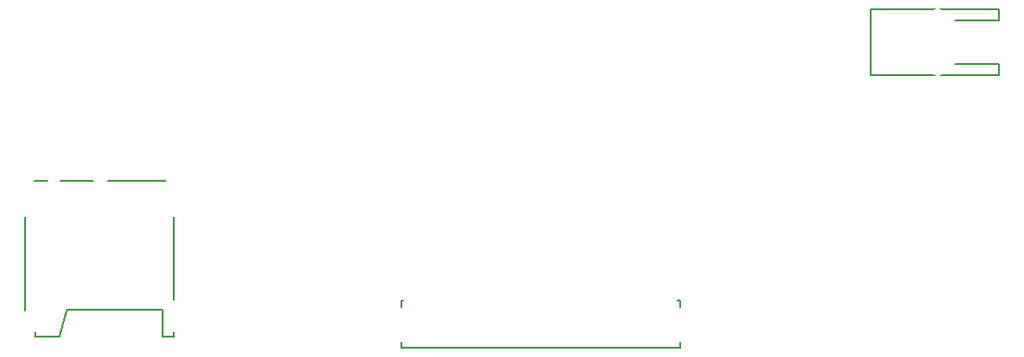
<source format=gbo>
G04 #@! TF.FileFunction,Legend,Bot*
%FSLAX46Y46*%
G04 Gerber Fmt 4.6, Leading zero omitted, Abs format (unit mm)*
G04 Created by KiCad (PCBNEW 201609280951+7255~55~ubuntu14.04.1-) date Mon Dec 19 07:10:35 2016*
%MOMM*%
%LPD*%
G01*
G04 APERTURE LIST*
%ADD10C,0.100000*%
%ADD11C,0.150000*%
%ADD12C,3.600000*%
%ADD13C,2.500000*%
%ADD14C,2.000000*%
%ADD15R,2.000000X3.000000*%
%ADD16R,0.300000X1.250000*%
%ADD17R,0.700000X1.100000*%
%ADD18R,1.140000X1.830000*%
%ADD19R,0.860000X2.800000*%
%ADD20R,0.700000X3.330000*%
%ADD21R,0.900000X0.930000*%
%ADD22R,1.050000X0.780000*%
%ADD23C,1.600000*%
%ADD24C,2.540000*%
%ADD25C,3.251200*%
%ADD26C,1.400000*%
%ADD27C,1.200000*%
%ADD28C,1.300000*%
%ADD29C,1.016000*%
%ADD30C,2.800000*%
%ADD31C,0.254000*%
G04 APERTURE END LIST*
D10*
D11*
X112250000Y-146100000D02*
X112450000Y-146100000D01*
X112450000Y-146100000D02*
X112450000Y-146700000D01*
X87250000Y-146100000D02*
X87050000Y-146100000D01*
X87050000Y-146100000D02*
X87050000Y-146700000D01*
X87050000Y-149900000D02*
X87050000Y-150400000D01*
X87050000Y-150400000D02*
X112450000Y-150400000D01*
X112450000Y-150400000D02*
X112450000Y-149900000D01*
X56600000Y-146900000D02*
X65300000Y-146900000D01*
X65300000Y-146900000D02*
X65300000Y-149400000D01*
X65300000Y-149400000D02*
X66300000Y-149400000D01*
X66300000Y-149400000D02*
X66300000Y-149000000D01*
X55900000Y-149400000D02*
X56600000Y-146900000D01*
X55900000Y-149400000D02*
X53700000Y-149400000D01*
X53700000Y-149400000D02*
X53700000Y-149000000D01*
X54800000Y-135200000D02*
X53600000Y-135200000D01*
X59000000Y-135200000D02*
X56000000Y-135200000D01*
X65600000Y-135200000D02*
X60300000Y-135200000D01*
X66300000Y-146000000D02*
X66300000Y-138500000D01*
X52800000Y-147000000D02*
X52800000Y-138500000D01*
X129800000Y-119500000D02*
X129800000Y-125500000D01*
X129800000Y-125500000D02*
X141500000Y-125500000D01*
X141500000Y-125500000D02*
X141500000Y-124500000D01*
X141500000Y-124500000D02*
X137500000Y-124500000D01*
X129800000Y-119500000D02*
X141500000Y-119500000D01*
X141500000Y-119500000D02*
X141500000Y-120500000D01*
X141500000Y-120500000D02*
X137500000Y-120500000D01*
%LPC*%
D12*
X143000000Y-59500000D03*
X87000000Y-59500000D03*
D13*
X97450000Y-69050000D03*
D14*
X132650000Y-69050000D03*
X126650000Y-69050000D03*
D15*
X85960000Y-148325000D03*
X113540000Y-148325000D03*
D16*
X87500000Y-146000000D03*
X88000000Y-146000000D03*
X88500000Y-146000000D03*
X89000000Y-146000000D03*
X89500000Y-146000000D03*
X90000000Y-146000000D03*
X90500000Y-146000000D03*
X91000000Y-146000000D03*
X91500000Y-146000000D03*
X92000000Y-146000000D03*
X92500000Y-146000000D03*
X93000000Y-146000000D03*
X93500000Y-146000000D03*
X94000000Y-146000000D03*
X94500000Y-146000000D03*
X95000000Y-146000000D03*
X95500000Y-146000000D03*
X96000000Y-146000000D03*
X96500000Y-146000000D03*
X97000000Y-146000000D03*
X97500000Y-146000000D03*
X98000000Y-146000000D03*
X98500000Y-146000000D03*
X99000000Y-146000000D03*
X99500000Y-146000000D03*
X100000000Y-146000000D03*
X100500000Y-146000000D03*
X101000000Y-146000000D03*
X101500000Y-146000000D03*
X102000000Y-146000000D03*
X102500000Y-146000000D03*
X103000000Y-146000000D03*
X103500000Y-146000000D03*
X104000000Y-146000000D03*
X104500000Y-146000000D03*
X105000000Y-146000000D03*
X105500000Y-146000000D03*
X106000000Y-146000000D03*
X106500000Y-146000000D03*
X107000000Y-146000000D03*
X107500000Y-146000000D03*
X108000000Y-146000000D03*
X108500000Y-146000000D03*
X109000000Y-146000000D03*
X109500000Y-146000000D03*
X110000000Y-146000000D03*
X110500000Y-146000000D03*
X111000000Y-146000000D03*
X111500000Y-146000000D03*
X112000000Y-146000000D03*
D17*
X57200000Y-148000000D03*
X58300000Y-148000000D03*
X59400000Y-148000000D03*
X60500000Y-148000000D03*
X61500000Y-148000000D03*
X62600000Y-148000000D03*
X63700000Y-148000000D03*
X64800000Y-148000000D03*
D18*
X53320000Y-147985000D03*
D19*
X65980000Y-147500000D03*
D20*
X66060000Y-136735000D03*
X53100000Y-136735000D03*
D21*
X55410000Y-135535000D03*
D22*
X59675000Y-135460000D03*
D23*
X125400000Y-131500000D03*
X125400000Y-139100000D03*
D24*
X63872000Y-57929000D03*
X80128000Y-57929000D03*
D25*
X65650000Y-54500000D03*
X78350000Y-54500000D03*
D26*
X67428000Y-63644000D03*
X76572000Y-63644000D03*
X65142000Y-63644000D03*
X78858000Y-63644000D03*
X68444000Y-57040000D03*
X70476000Y-57040000D03*
X72508000Y-57040000D03*
X74540000Y-57040000D03*
X69460000Y-58818000D03*
X71492000Y-58818000D03*
X73524000Y-58818000D03*
X75556000Y-58818000D03*
D23*
X138000000Y-121500000D03*
X138000000Y-123500000D03*
D27*
X135900000Y-120000000D03*
X135900000Y-125000000D03*
D28*
X111000000Y-104500000D03*
X106000000Y-104500000D03*
X101000000Y-104500000D03*
X96000000Y-104500000D03*
X96000000Y-119500000D03*
X101000000Y-119500000D03*
X106000000Y-119500000D03*
X111000000Y-119500000D03*
D27*
X105000000Y-88500000D03*
X95000000Y-88500000D03*
X87500000Y-96000000D03*
X97500000Y-96000000D03*
X112500000Y-96000000D03*
X102500000Y-96000000D03*
D29*
X67590000Y-106615000D03*
X67590000Y-107885000D03*
X66320000Y-106615000D03*
X66320000Y-107885000D03*
X65050000Y-106615000D03*
X65050000Y-107885000D03*
X63780000Y-106615000D03*
X63780000Y-107885000D03*
X62510000Y-106615000D03*
X62510000Y-107885000D03*
D13*
X58000000Y-55000000D03*
D30*
X60540000Y-57540000D03*
X60540000Y-52460000D03*
X55460000Y-57540000D03*
X55460000Y-52460000D03*
D13*
X121500000Y-89500000D03*
X141500000Y-89500000D03*
X136500000Y-109500000D03*
X126500000Y-109500000D03*
D31*
G36*
X51873000Y-149873000D02*
X50127000Y-149873000D01*
X50127000Y-50127000D01*
X51873000Y-50127000D01*
X51873000Y-149873000D01*
X51873000Y-149873000D01*
G37*
X51873000Y-149873000D02*
X50127000Y-149873000D01*
X50127000Y-50127000D01*
X51873000Y-50127000D01*
X51873000Y-149873000D01*
G36*
X149873000Y-149873000D02*
X148127000Y-149873000D01*
X148127000Y-50127000D01*
X149873000Y-50127000D01*
X149873000Y-149873000D01*
X149873000Y-149873000D01*
G37*
X149873000Y-149873000D02*
X148127000Y-149873000D01*
X148127000Y-50127000D01*
X149873000Y-50127000D01*
X149873000Y-149873000D01*
M02*

</source>
